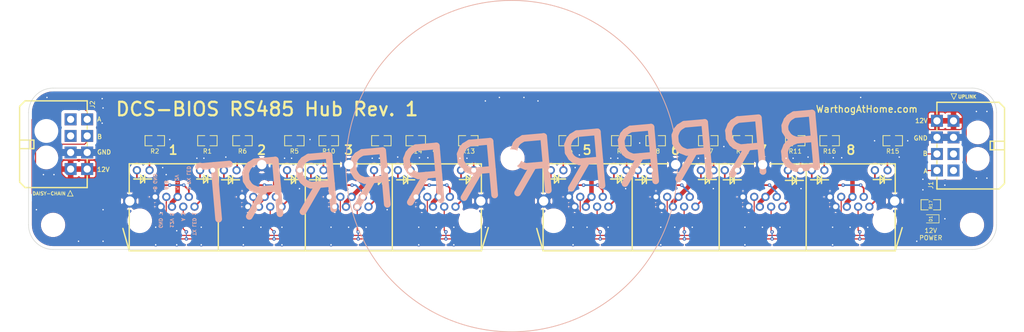
<source format=kicad_pcb>
(kicad_pcb (version 20211014) (generator pcbnew)
  (title_block (title "RS485 Hub") (date "2022-08-15") (rev "1") (company "Maciej Swic"))
  (layers (0 "F.Cu" signal) (31 "B.Cu" signal) (34 "B.Paste" user) (35 "F.Paste" user) (36 "B.SilkS" user "B.Silkscreen") (37 "F.SilkS" user "F.Silkscreen") (38 "B.Mask" user) (39 "F.Mask" user) (44 "Edge.Cuts" user))
  (net 0 "")
  (net 1 "GND")
  (net 6 "RS485-")
  (net 7 "RS485+")
  (net 8 "Net-(R9-Pad2)")
  (net 9 "Net-(R10-Pad2)")
  (net 10 "Net-(R11-Pad2)")
  (net 11 "Net-(R12-Pad2)")
  (net 12 "Net-(R14-Pad2)")
  (net 13 "Net-(D1-Pad2)")
  (net 14 "Net-(R1-Pad2)")
  (net 15 "Net-(R2-Pad2)")
  (net 16 "Net-(R3-Pad2)")
  (net 17 "Net-(R4-Pad2)")
  (net 18 "Net-(R5-Pad2)")
  (net 19 "Net-(R6-Pad2)")
  (net 20 "Net-(R7-Pad2)")
  (net 21 "Net-(R8-Pad2)")
  (net 22 "Net-(R13-Pad2)")
  (net 23 "Net-(R15-Pad2)")
  (net 24 "Net-(R16-Pad2)")
  (net 25 "+12V")
  (net 26 "TX_LED1")
  (net 27 "RX_LED1")
  (net 28 "TX_LED2")
  (net 29 "RX_LED2")
  (net 30 "TX_LED3")
  (net 31 "RX_LED3")
  (net 32 "TX_LED4")
  (net 33 "RX_LED4")
  (net 34 "TX_LED5")
  (net 35 "RX_LED5")
  (net 36 "TX_LED6")
  (net 37 "RX_LED6")
  (net 38 "TX_LED7")
  (net 39 "RX_LED7")
  (net 40 "TX_LED8")
  (net 41 "RX_LED8")
  (footprint "A10 KiCad Libraries:R0805" (layer "F.Cu") (at 181.323106 91.65217)
    (fp_text reference "R7")
    (fp_text value "1K")
  )
  (footprint "MountingHole:MountingHole_3.2mm_M3" (layer "F.Cu") (at 62.705106 106.89217)
    (fp_text reference "HOLE-3" hide)
    (fp_text value "MountingHole_3.2mm_M3" hide)
  )
  (footprint "A10 KiCad Libraries:R0805" (layer "F.Cu") (at 122.141106 91.65217)
    (fp_text reference "R9")
    (fp_text value "1K")
  )
  (footprint "A10 KiCad Libraries:R0805" (layer "F.Cu") (at 112.616106 91.65217 180)
    (fp_text reference "R10")
    (fp_text value "1K")
  )
  (footprint "A10 KiCad Libraries:R0805" (layer "F.Cu") (at 96.995106 91.65217 180)
    (fp_text reference "R6")
    (fp_text value "1K")
  )
  (footprint "A10 KiCad Libraries:R0805" (layer "F.Cu") (at 203.294106 91.65217 180)
    (fp_text reference "R16")
    (fp_text value "1K")
  )
  (footprint "MountingHole:MountingHole_3.2mm_M3" (layer "F.Cu") (at 145.890106 94.82717)
    (fp_text reference "HOLE-2" hide)
    (fp_text value "MountingHole_3.2mm_M3" hide)
  )
  (footprint "A10 KiCad Libraries:Molex Micro-Fit 3.0 43045-0800" (layer "F.Cu") (at 65.880106 92.28717 -90)
    (fp_text reference "J2")
    (fp_text value "Conn_02x04_Top_Bottom")
  )
  (footprint "A10 KiCad Libraries:R0805" (layer "F.Cu") (at 214.724106 91.65217 180)
    (fp_text reference "R15")
    (fp_text value "1K")
  )
  (footprint "LED_SMD:LED_0603_1608Metric" (layer "F.Cu") (at 221.614999 105.791 180)
    (fp_text reference "D1")
    (fp_text value "BLUE")
  )
  (footprint "A10 KiCad Libraries:R0805" (layer "F.Cu") (at 128.364106 91.65217 180)
    (fp_text reference "R14")
    (fp_text value "1K")
  )
  (footprint "A10 KiCad Libraries:R0805" (layer "F.Cu") (at 156.050106 91.65217 180)
    (fp_text reference "R4")
    (fp_text value "1K")
  )
  (footprint "A10 KiCad Libraries:R0805" (layer "F.Cu") (at 187.546106 91.65217 180)
    (fp_text reference "R12")
    (fp_text value "1K")
  )
  (footprint "A10 KiCad Libraries:RJ45-TH_B-1-4" (layer "F.Cu") (at 183.355106 103.71717)
    (fp_text reference "U3" hide)
    (fp_text value "RJ45-B-1*4")
  )
  (footprint "A10 KiCad Libraries:R0805" (layer "F.Cu") (at 221.615 103.251 180)
    (fp_text reference "R17")
    (fp_text value "1.8K")
  )
  (footprint "MountingHole:MountingHole_3.2mm_M3" (layer "F.Cu") (at 229.075106 106.89217)
    (fp_text reference "HOLE-4" hide)
    (fp_text value "MountingHole_3.2mm_M3" hide)
  )
  (footprint "A10 KiCad Libraries:R0805" (layer "F.Cu") (at 171.798106 91.65217 180)
    (fp_text reference "R8")
    (fp_text value "1K")
  )
  (footprint "A10 KiCad Libraries:Molex Micro-Fit 3.0 43045-0800" (layer "F.Cu") (at 225.725106 92.54792 90)
    (fp_text reference "J1")
    (fp_text value "Conn_02x04_Top_Bottom")
  )
  (footprint "A10 KiCad Libraries:R0805" (layer "F.Cu") (at 106.390106 91.65217)
    (fp_text reference "R5")
    (fp_text value "1K")
  )
  (footprint "A10 KiCad Libraries:R0805" (layer "F.Cu") (at 197.071106 91.65217)
    (fp_text reference "R11")
    (fp_text value "1K")
  )
  (footprint "A10 KiCad Libraries:R0805" (layer "F.Cu") (at 81.120106 91.65217 180)
    (fp_text reference "R2")
    (fp_text value "1K")
  )
  (footprint "A10 KiCad Libraries:RJ45-TH_B-1-4" (layer "F.Cu") (at 108.425106 103.71717)
    (fp_text reference "U2" hide)
    (fp_text value "RJ45-B-1*4")
  )
  (footprint "A10 KiCad Libraries:R0805" (layer "F.Cu") (at 90.645106 91.65217)
    (fp_text reference "R1")
    (fp_text value "1K")
  )
  (footprint "A10 KiCad Libraries:R0805" (layer "F.Cu") (at 137.889106 91.65217)
    (fp_text reference "R13")
    (fp_text value "1K")
  )
  (footprint "A10 KiCad Libraries:R0805" (layer "F.Cu") (at 165.575106 91.65217)
    (fp_text reference "R3")
    (fp_text value "1K")
  )
  (gr_circle (center 145.735106 96.25217) (end 175.735106 96.25217) (layer "B.SilkS") (width 0.15) (fill none))
  (gr_arc (start 229.075106 82.12717) (mid 232.218173 83.429093) (end 233.520106 86.57217) (layer "Edge.Cuts") (width 0.1016))
  (gr_line (start 229.075106 111.33717) (end 62.705106 111.33717) (layer "Edge.Cuts") (width 0.1))
  (gr_arc (start 62.705106 111.33717) (mid 59.562027 110.035254) (end 58.260106 106.89217) (layer "Edge.Cuts") (width 0.1016))
  (gr_arc (start 58.260106 86.57217) (mid 59.562015 83.429075) (end 62.705106 82.12717) (layer "Edge.Cuts") (width 0.1016))
  (gr_line (start 233.520106 86.57217) (end 233.520106 106.89217) (layer "Edge.Cuts") (width 0.1))
  (gr_line (start 62.705106 82.12717) (end 229.075106 82.12717) (layer "Edge.Cuts") (width 0.1))
  (gr_arc (start 233.520106 106.89217) (mid 232.218198 110.035272) (end 229.075106 111.33717) (layer "Edge.Cuts") (width 0.1016))
  (gr_line (start 58.260106 106.89217) (end 58.260106 86.57217) (layer "Edge.Cuts") (width 0.1))
  (gr_text "8 GND" (at 81.153 99.06 270) (layer "B.SilkS") (effects (font (size 0.6096 0.6096) (thickness 0.127)) (justify mirror)))
  (gr_text "A 3" (at 86.233 105.41 270) (layer "B.SilkS") (effects (font (size 0.6096 0.6096) (thickness 0.127)) (justify mirror)))
  (gr_text "GND 7" (at 82.169 106.045 270) (layer "B.SilkS") (effects (font (size 0.6096 0.6096) (thickness 0.127)) (justify mirror)))
  (gr_text "12V 5" (at 84.201 106.045 270) (layer "B.SilkS") (effects (font (size 0.6096 0.6096) (thickness 0.127)) (justify mirror)))
  (gr_text "BRRRRRRRRRRT" (at 145.735106 96.73217 5) (layer "B.SilkS") (effects (font (size 9.7536 9.7536) (thickness 1.2192)) (justify mirror)))
  (gr_text "TX LED 1" (at 88.265 106.68 270) (layer "B.SilkS") (effects (font (size 0.6096 0.6096) (thickness 0.127)) (justify mirror)))
  (gr_text "5 12V" (at 85.09 99.187 270) (layer "B.SilkS") (effects (font (size 0.6096 0.6096) (thickness 0.127)) (justify mirror)))
  (gr_text "2 RX LED" (at 87.249 98.425 270) (layer "B.SilkS") (effects (font (size 0.6096 0.6096) (thickness 0.127)) (justify mirror)))
  (gr_text "6 B" (at 83.185 99.695 270) (layer "B.SilkS") (effects (font (size 0.6096 0.6096) (thickness 0.1524)) (justify mirror)))
  (gr_text "GND" (at 218.44 91.186) (layer "F.SilkS") (effects (font (size 0.8128 0.8128) (thickness 0.1524)) (justify left)))
  (gr_text "B" (at 71.628 90.932) (layer "F.SilkS") (effects (font (size 0.8128 0.8128) (thickness 0.1524)) (justify right)))
  (gr_text "12V" (at 73.025 96.8756) (layer "F.SilkS") (effects (font (size 0.8128 0.8128) (thickness 0.1524)) (justify right)))
  (gr_text "DCS-BIOS RS485 Hub Rev. 1" (at 101.440106 85.93717) (layer "F.SilkS") (effects (font (size 2.4384 2.4384) (thickness 0.4064))))
  (gr_text "3" (at 116.205 93.345) (layer "F.SilkS") (effects (font (size 1.6256 1.6256) (thickness 0.3048))))
  (gr_text "WarthogAtHome.com" (at 210.025106 85.93717) (layer "F.SilkS") (effects (font (size 1.2192 1.2192) (thickness 0.2032))))
  (gr_text "4" (at 132.08 93.345) (layer "F.SilkS") (effects (font (size 1.6256 1.6256) (thickness 0.3048))))
  (gr_text "A" (at 71.501 87.757) (layer "F.SilkS") (effects (font (size 0.8128 0.8128) (thickness 0.1524)) (justify right)))
  (gr_text "2" (at 100.457 93.345) (layer "F.SilkS") (effects (font (size 1.6256 1.6256) (thickness 0.3048))))
  (gr_text "1" (at 84.455 93.345) (layer "F.SilkS") (effects (font (size 1.6256 1.6256) (thickness 0.3048))))
  (gr_text "12V\nPOWER" (at 221.615 108.585) (layer "F.SilkS") (effects (font (size 0.8128 0.8128) (thickness 0.127))))
  (gr_text "B" (at 220.091 93.98) (layer "F.SilkS") (effects (font (size 0.8128 0.8128) (thickness 0.1524)) (justify left)))
  (gr_text "5" (at 159.385 93.345) (layer "F.SilkS") (effects (font (size 1.6256 1.6256) (thickness 0.3048))))
  (gr_text "12V" (at 218.694 88.0364) (layer "F.SilkS") (effects (font (size 0.8128 0.8128) (thickness 0.1524)) (justify left)))
  (gr_text "7" (at 191.135 93.345) (layer "F.SilkS") (effects (font (size 1.6256 1.6256) (thickness 0.3048))))
  (gr_text "6" (at 175.387 93.345) (layer "F.SilkS") (effects (font (size 1.6256 1.6256) (thickness 0.3048))))
  (gr_text "A" (at 220.218 97.155) (layer "F.SilkS") (effects (font (size 0.8128 0.8128) (thickness 0.1524)) (justify left)))
  (gr_text "8" (at 207.137 93.345) (layer "F.SilkS") (effects (font (size 1.6256 1.6256) (thickness 0.3048))))
  (gr_text "GND" (at 73.279 93.726) (layer "F.SilkS") (effects (font (size 0.8128 0.8128) (thickness 0.1524)) (justify right)))
  (via (at 128.905 107.315) (size 0.635) (drill 0.254) (layers "F.Cu" "B.Cu") (net 1))
  (via (at 215.9 94.615) (size 0.635) (drill 0.254) (layers "F.Cu" "B.Cu") (net 1))
  (via (at 172.72 107.315) (size 0.635) (drill 0.254) (layers "F.Cu" "B.Cu") (net 1))
  (via (at 104.615106 94.82717) (size 0.635) (drill 0.254) (layers "F.Cu" "B.Cu") (net 1))
  (via (at 116.205 107.315) (size 0.635) (drill 0.254) (layers "F.Cu" "B.Cu") (net 1))
  (via (at 129.032 94.742) (size 0.635) (drill 0.254) (layers "F.Cu" "B.Cu") (net 1))
  (via (at 61.595 83.82) (size 0.635) (drill 0.254) (layers "F.Cu" "B.Cu") (net 1))
  (via (at 107.315 100.33) (size 0.635) (drill 0.254) (layers "F.Cu" "B.Cu") (net 1))
  (via (at 229.87 86.36) (size 0.635) (drill 0.254) (layers "F.Cu" "B.Cu") (net 1))
  (via (at 224.163893 105.787887) (size 0.635) (drill 0.254) (layers "F.Cu" "B.Cu") (net 1))
  (via (at 59.69 104.14) (size 0.635) (drill 0.254) (layers "F.Cu" "B.Cu") (net 1))
  (via (at 93.98 94.615) (size 0.635) (drill 0.254) (layers "F.Cu" "B.Cu") (net 1))
  (via (at 88.740106 94.82717) (size 0.635) (drill 0.254) (layers "F.Cu" "B.Cu") (net 1))
  (via (at 229.87 98.425) (size 0.635) (drill 0.254) (layers "F.Cu" "B.Cu") (net 1))
  (via (at 89.535 110.49) (size 0.635) (drill 0.254) (layers "F.Cu" "B.Cu") (net 1))
  (via (at 220.185106 100.54217) (size 0.635) (drill 0.254) (layers "F.Cu" "B.Cu") (net 1))
  (via (at 224.155 99.695) (size 0.635) (drill 0.254) (layers "F.Cu" "B.Cu") (net 1))
  (via (at 203.835 107.315) (size 0.635) (drill 0.254) (layers "F.Cu" "B.Cu") (net 1))
  (via (at 104.14 110.49) (size 0.635) (drill 0.254) (layers "F.Cu" "B.Cu") (net 1))
  (via (at 156.845 110.49) (size 0.635) (drill 0.254) (layers "F.Cu" "B.Cu") (net 1))
  (via (at 71.595106 84.03217) (size 0.635) (drill 0.254) (layers "F.Cu" "B.Cu") (net 1))
  (via (at 67.31 109.855) (size 0.635) (drill 0.254) (layers "F.Cu" "B.Cu") (net 1))
  (via (at 157.988 94.234) (size 0.635) (drill 0.254) (layers "F.Cu" "B.Cu") (net 1))
  (via (at 113.03 110.49) (size 0.635) (drill 0.254) (layers "F.Cu" "B.Cu") (net 1))
  (via (at 71.755 85.725) (size 0.635) (drill 0.254) (layers "F.Cu" "B.Cu") (net 1))
  (via (at 205.486 94.742) (size 0.635) (drill 0.254) (layers "F.Cu" "B.Cu") (net 1))
  (via (at 119.38 107.315) (size 0.635) (drill 0.254) (layers "F.Cu" "B.Cu") (net 1))
  (via (at 187.96 107.315) (size 0.635) (drill 0.254) (layers "F.Cu" "B.Cu") (net 1))
  (via (at 150.495 84.455) (size 0.635) (drill 0.254) (layers "F.Cu" "B.Cu") (net 1))
  (via (at 210.185 107.315) (size 0.635) (drill 0.254) (layers "F.Cu" "B.Cu") (net 1))
  (via (at 163.195 107.315) (size 0.635) (drill 0.254) (layers "F.Cu" "B.Cu") (net 1))
  (via (at 199.39 94.615) (size 0.635) (drill 0.254) (layers "F.Cu" "B.Cu") (net 1))
  (via (at 184.15 92.71) (size 0.635) (drill 0.254) (layers "F.Cu" "B.Cu") (net 1))
  (via (at 208.915 83.82) (size 0.635) (drill 0.254) (layers "F.Cu" "B.Cu") (net 1))
  (via (at 147.955 83.82) (size 0.635) (drill 0.254) (layers "F.Cu" "B.Cu") (net 1))
  (via (at 90.010106 94.82717) (size 0.635) (drill 0.254) (layers "F.Cu" "B.Cu") (net 1))
  (via (at 83.82 91.44) (size 0.635) (drill 0.254) (layers "F.Cu" "B.Cu") (net 1))
  (via (at 220.185106 98.63717) (size 0.635) (drill 0.254) (layers "F.Cu" "B.Cu") (net 1))
  (via (at 83.185 97.79) (size 0.635) (drill 0.254) (layers "F.Cu" "B.Cu") (net 1))
  (via (at 128.905 110.49) (size 0.635) (drill 0.254) (layers "F.Cu" "B.Cu") (net 1))
  (via (at 159.385 107.315) (size 0.635) (drill 0.254) (layers "F.Cu" "B.Cu") (net 1))
  (via (at 104.14 107.315) (size 0.635) (drill 0.254) (layers "F.Cu" "B.Cu") (net 1))
  (via (at 198.12 100.33) (size 0.635) (drill 0.254) (layers "F.Cu" "B.Cu") (net 1))
  (via (at 130.556 94.742) (size 0.635) (drill 0.254) (layers "F.Cu" "B.Cu") (net 1))
  (via (at 85.09 107.95) (size 0.635) (drill 0.254) (layers "F.Cu" "B.Cu") (net 1))
  (via (at 82.55 96.52) (size 0.635) (drill 0.254) (layers "F.Cu" "B.Cu") (net 1))
  (via (at 105.885106 94.82717) (size 0.635) (drill 0.254) (layers "F.Cu" "B.Cu") (net 1))
  (via (at 219.075 109.855) (size 0.635) (drill 0.254) (layers "F.Cu" "B.Cu") (net 1))
  (via (at 125.095 94.615) (size 0.635) (drill 0.254) (layers "F.Cu" "B.Cu") (net 1))
  (via (at 143.51 83.82) (size 0.635) (drill 0.254) (layers "F.Cu" "B.Cu") (net 1))
  (via (at 89.535 107.315) (size 0.635) (drill 0.254) (layers "F.Cu" "B.Cu") (net 1))
  (via (at 211.435682 91.662214) (size 0.635) (drill 0.254) (layers "F.Cu" "B.Cu") (net 1))
  (via (at 180.815106 94.82717) (size 0.635) (drill 0.254) (layers "F.Cu" "B.Cu") (net 1))
  (via (at 203.835 110.49) (size 0.635) (drill 0.254) (layers "F.Cu" "B.Cu") (net 1))
  (via (at 179.545106 94.82717) (size 0.635) (drill 0.254) (layers "F.Cu" "B.Cu") (net 1))
  (via (at 194.31 107.315) (size 0.635) (drill 0.254) (layers "F.Cu" "B.Cu") (net 1))
  (via (at 135.255 107.315) (size 0.635) (drill 0.254) (layers "F.Cu" "B.Cu") (net 1))
  (via (at 207.01 107.315) (size 0.635) (drill 0.254) (layers "F.Cu" "B.Cu") (net 1))
  (via (at 135.255 110.49) (size 0.635) (drill 0.254) (layers "F.Cu" "B.Cu") (net 1))
  (via (at 71.755 109.855) (size 0.635) (drill 0.254) (layers "F.Cu" "B.Cu") (net 1))
  (via (at 166.37 100.33) (size 0.635) (drill 0.254) (layers "F.Cu" "B.Cu") (net 1))
  (via (at 113.03 107.315) (size 0.635) (drill 0.254) (layers "F.Cu" "B.Cu") (net 1))
  (via (at 182.245 100.33) (size 0.635) (drill 0.254) (layers "F.Cu" "B.Cu") (net 1))
  (via (at 172.72 110.49) (size 0.635) (drill 0.254) (layers "F.Cu" "B.Cu") (net 1))
  (via (at 157.226 96.52) (size 0.635) (drill 0.254) (layers "F.Cu" "B.Cu") (net 1))
  (via (at 175.26 107.315) (size 0.635) (drill 0.254) (layers "F.Cu" "B.Cu") (net 1))
  (via (at 195.420106 94.82717) (size 0.635) (drill 0.254) (layers "F.Cu" "B.Cu") (net 1))
  (via (at 71.755 104.14) (size 0.635) (drill 0.254) (layers "F.Cu" "B.Cu") (net 1))
  (via (at 137.635106 94.82717) (size 0.635) (drill 0.254) (layers "F.Cu" "B.Cu") (net 1))
  (via (at 71.595106 88.47717) (size 0.635) (drill 0.254) (layers "F.Cu" "B.Cu") (net 1))
  (via (at 203.962 94.742) (size 0.635) (drill 0.254) (layers "F.Cu" "B.Cu") (net 1))
  (via (at 187.96 110.49) (size 0.635) (drill 0.254) (layers "F.Cu" "B.Cu") (net 1))
  (via (at 217.434528 91.667134) (size 0.635) (drill 0.254) (layers "F.Cu" "B.Cu") (net 1))
  (via (at 120.490106 94.82717) (size 0.635) (drill 0.254) (layers "F.Cu" "B.Cu") (net 1))
  (via (at 196.690106 94.82717) (size 0.635) (drill 0.254) (layers "F.Cu" "B.Cu") (net 1))
  (via (at 85.09 110.49) (size 0.635) (drill 0.254) (layers "F.Cu" "B.Cu") (net 1))
  (via (at 140.97 107.315) (size 0.635) (drill 0.254) (layers "F.Cu" "B.Cu") (net 1))
  (via (at 132.08 107.315) (size 0.635) (drill 0.254) (layers "F.Cu" "B.Cu") (net 1))
  (via (at 97.155 107.315) (size 0.635) (drill 0.254) (layers "F.Cu" "B.Cu") (net 1))
  (via (at 163.670106 94.82717) (size 0.635) (drill 0.254) (layers "F.Cu" "B.Cu") (net 1))
  (via (at 62.865 97.79) (size 0.635) (drill 0.254) (layers "F.Cu" "B.Cu") (net 1))
  (via (at 123.19 104.14) (size 0.635) (drill 0.254) (layers "F.Cu" "B.Cu") (net 1))
  (via (at 81.28 107.315) (size 0.635) (drill 0.254) (layers "F.Cu" "B.Cu") (net 1))
  (via (at 100.33 107.315) (size 0.635) (drill 0.254) (layers "F.Cu" "B.Cu") (net 1))
  (via (at 136.365106 94.82717) (size 0.635) (drill 0.254) (layers "F.Cu" "B.Cu") (net 1))
  (via (at 121.760106 94.82717) (size 0.635) (drill 0.254) (layers "F.Cu" "B.Cu") (net 1))
  (via (at 164.940106 94.82717) (size 0.635) (drill 0.254) (layers "F.Cu" "B.Cu") (net 1))
  (via (at 140.97 84.455) (size 0.635) (drill 0.254) (layers "F.Cu" "B.Cu") (net 1))
  (via (at 156.845 107.315) (size 0.635) (drill 0.254) (layers "F.Cu" "B.Cu") (net 1))
  (via (at 178.435 107.315) (size 0.635) (drill 0.254) (layers "F.Cu" "B.Cu") (net 1))
  (via (at 109.22 91.44) (size 0.635) (drill 0.254) (layers "F.Cu" "B.Cu") (net 1))
  (via (at 97.155 110.49) (size 0.635) (drill 0.254) (layers "F.Cu" "B.Cu") (net 1))
  (via (at 231.775 86.36) (size 0.635) (drill 0.254) (layers "F.Cu" "B.Cu") (net 1))
  (via (at 168.91 92.075) (size 0.635) (drill 0.254) (layers "F.Cu" "B.Cu") (net 1))
  (via (at 81.28 110.49) (size 0.635) (drill 0.254) (layers "F.Cu" "B.Cu") (net 1))
  (via (at 231.775 98.425) (size 0.635) (drill 0.254) (layers "F.Cu" "B.Cu") (net 1))
  (via (at 60.96 97.79) (size 0.635) (drill 0.254) (layers "F.Cu" "B.Cu") (net 1))
  (via (at 191.135 107.315) (size 0.635) (drill 0.254) (layers "F.Cu" "B.Cu") (net 1))
  (segment (start 68.420106 92.28717) (end 68.879852 91.827424) (width 0.2) (layer "F.Cu") (net 6))
  (segment (start 60.800106 92.28717) (end 68.420106 92.28717) (width 0.2) (layer "F.Cu") (net 6))
  (segment (start 189.64252 101.817932) (end 189.64252 108.099584) (width 0.2) (layer "F.Cu") (net 6))
  (segment (start 158.142647 108.349711) (end 158.590106 108.79717) (width 0.2) (layer "F.Cu") (net 6))
  (segment (start 74.135106 107.52717) (end 74.135106 103.08217) (width 0.2) (layer "F.Cu") (net 6))
  (segment (start 114.71252 101.817932) (end 114.71252 108.099584) (width 0.2) (layer "F.Cu") (net 6))
  (segment (start 83.212647 102.878592) (end 83.194981 102.896258) (width 0.2) (layer "F.Cu") (net 6))
  (segment (start 98.962457 101.817932) (end 98.962457 108.224521) (width 0.2) (layer "F.Cu") (net 6))
  (segment (start 189.64252 108.099584) (end 190.340106 108.79717) (width 0.2) (layer "F.Cu") (net 6))
  (segment (start 173.892457 101.817932) (end 173.892457 108.224521) (width 0.2) (layer "F.Cu") (net 6))
  (segment (start 114.72283 108.79717) (end 83.660106 108.79717) (width 0.2) (layer "F.Cu") (net 6))
  (segment (start 98.962457 108.224521) (end 99.535106 108.79717) (width 0.2) (layer "F.Cu") (net 6))
  (segment (start 217.645106 95.46217) (end 217.645106 107.52717) (width 0.2) (layer "F.Cu") (net 6))
  (segment (start 222.72536 94.049063) (end 219.058213 94.049063) (width 0.2) (layer "F.Cu") (net 6))
  (segment (start 205.392584 101.817932) (end 205.392584 107.974648) (width 0.2) (layer "F.Cu") (net 6))
  (segment (start 72.865106 101.81217) (end 60.800106 101.81217) (width 0.2) (layer "F.Cu") (net 6))
  (segment (start 83.194981 102.896258) (end 83.194981 108.13881) (width 0.2) (layer "F.Cu") (net 6))
  (segment (start 83.194981 108.13881) (end 83.815414 108.759243) (width 0.2) (layer "F.Cu") (net 6))
  (segment (start 216.375106 108.79717) (end 114.72283 108.79717) (width 0.2) (layer "F.Cu") (net 6))
  (segment (start 115.410106 108.79717) (end 114.72283 108.79717) (width 0.2) (layer "F.Cu") (net 6))
  (segment (start 130.462584 101.817932) (end 130.462584 107.974648) (width 0.2) (layer "F.Cu") (net 6))
  (segment (start 74.135106 103.08217) (end 72.865106 101.81217) (width 0.2) (layer "F.Cu") (net 6))
  (segment (start 60.800106 101.81217) (end 59.530106 100.54217) (width 0.2) (layer "F.Cu") (net 6))
  (segment (start 59.530106 93.55717) (end 60.800106 92.28717) (width 0.2) (layer "F.Cu") (net 6))
  (segment (start 217.645106 107.52717) (end 216.375106 108.79717) (width 0.2) (layer "F.Cu") (net 6))
  (segment (start 114.71252 108.099584) (end 115.410106 108.79717) (width 0.2) (layer "F.Cu") (net 6))
  (segment (start 59.530106 100.54217) (end 59.530106 93.55717) (width 0.2) (layer "F.Cu") (net 6))
  (segment (start 75.405106 108.79717) (end 74.135106 107.52717) (width 0.2) (layer "F.Cu") (net 6))
  (segment (start 83.212647 101.817932) (end 83.212647 102.878592) (width 0.2) (layer "F.Cu") (net 6))
  (segment (start 83.660106 108.79717) (end 75.405106 108.79717) (width 0.2) (layer "F.Cu") (net 6))
  (segment (start 173.892457 108.224521) (end 174.465106 108.79717) (width 0.2) (layer "F.Cu") (net 6))
  (segment (start 68.879852 91.827424) (end 68.879852 90.786027) (width 0.2) (layer "F.Cu") (net 6))
  (segment (start 219.058213 94.049063) (end 217.645106 95.46217) (width 0.2) (layer "F.Cu") (net 6))
  (segment (start 158.142647 101.817932) (end 158.142647 108.349711) (width 0.2) (layer "F.Cu") (net 6))
  (segment (start 130.462584 107.974648) (end 131.285106 108.79717) (width 0.2) (layer "F.Cu") (net 6))
  (segment (start 205.392584 107.974648) (end 206.215106 108.79717) (width 0.2) (layer "F.Cu") (net 6))
  (segment (start 86.272591 103.597968) (end 86.272591 107.599655) (width 0.2) (layer "F.Cu") (net 7))
  (segment (start 208.452528 103.597968) (end 208.452528 107.859592) (width 0.2) (layer "F.Cu") (net 7))
  (segment (start 73.500106 103.71717) (end 73.500106 108.16217) (width 0.2) (layer "F.Cu") (net 7))
  (segment (start 102.022655 103.597968) (end 102.022655 107.474719) (width 0.2) (layer "F.Cu") (net 7))
  (segment (start 176.952655 103.597968) (end 176.952655 108.109719) (width 0.2) (layer "F.Cu") (net 7))
  (segment (start 58.895106 101.17717) (end 60.165106 102.44717) (width 0.2) (layer "F.Cu") (net 7))
  (segment (start 133.522528 103.597968) (end 133.522528 107.859592) (width 0.2) (layer "F.Cu") (net 7))
  (segment (start 217.010106 109.43217) (end 218.280106 108.16217) (width 0.2) (layer "F.Cu") (net 7))
  (segment (start 208.452528 107.859592) (end 208.755106 108.16217) (width 0.2) (layer "F.Cu") (net 7))
  (segment (start 73.500106 108.16217) (end 74.770106 109.43217) (width 0.2) (layer "F.Cu") (net 7))
  (segment (start 72.230106 102.44717) (end 73.500106 103.71717) (width 0.2) (layer "F.Cu") (net 7))
  (segment (start 102.022655 107.474719) (end 102.710106 108.16217) (width 0.2) (layer "F.Cu") (net 7))
  (segment (start 219.233467 97.048809) (end 222.72536 97.048809) (width 0.2) (layer "F.Cu") (net 7))
  (segment (start 133.522528 107.859592) (end 133.825106 108.16217) (width 0.2) (layer "F.Cu") (net 7))
  (segment (start 117.772718 107.984782) (end 117.950106 108.16217) (width 0.2) (layer "F.Cu") (net 7))
  (segment (start 58.895106 87.84217) (end 58.895106 101.17717) (width 0.2) (layer "F.Cu") (net 7))
  (segment (start 68.879852 86.396916) (end 68.420106 85.93717) (width 0.2) (layer "F.Cu") (net 7))
  (segment (start 60.165106 102.44717) (end 72.230106 102.44717) (width 0.2) (layer "F.Cu") (net 7))
  (segment (start 192.702718 107.984782) (end 192.880106 108.16217) (width 0.2) (layer "F.Cu") (net 7))
  (segment (start 86.272591 107.599655) (end 86.835106 108.16217) (width 0.2) (layer "F.Cu") (net 7))
  (segment (start 192.702718 103.597968) (end 192.702718 107.984782) (width 0.2) (layer "F.Cu") (net 7))
  (segment (start 74.770106 109.43217) (end 217.010106 109.43217) (width 0.2) (layer "F.Cu") (net 7))
  (segment (start 117.772718 103.597968) (end 117.772718 107.984782) (width 0.2) (layer "F.Cu") (net 7))
  (segment (start 161.202591 107.599655) (end 161.765106 108.16217) (width 0.2) (layer "F.Cu") (net 7))
  (segment (start 218.280106 108.16217) (end 218.280106 98.00217) (width 0.2) (layer "F.Cu") (net 7))
  (segment (start 68.420106 85.93717) (end 60.800106 85.93717) (width 0.2) (layer "F.Cu") (net 7))
  (segment (start 161.202591 103.597968) (end 161.202591 107.599655) (width 0.2) (layer "F.Cu") (net 7))
  (segment (start 218.280106 98.00217) (end 219.233467 97.048809) (width 0.2) (layer "F.Cu") (net 7))
  (segment (start 60.800106 85.93717) (end 58.895106 87.84217) (width 0.2) (layer "F.Cu") (net 7))
  (segment (start 68.879852 87.786281) (end 68.879852 86.396916) (width 0.2) (layer "F.Cu") (net 7))
  (segment (start 176.952655 108.109719) (end 177.005106 108.16217) (width 0.2) (layer "F.Cu") (net 7))
  (via (at 117.950106 108.16217) (size 0.635) (drill 0.254) (layers "F.Cu" "B.Cu") (net 7))
  (via (at 117.950106 109.43217) (size 0.635) (drill 0.254) (layers "F.Cu" "B.Cu") (net 7))
  (via (at 133.825106 108.16217) (size 0.635) (drill 0.254) (layers "F.Cu" "B.Cu") (net 7))
  (via (at 161.765106 108.16217) (size 0.635) (drill 0.254) (layers "F.Cu" "B.Cu") (net 7))
  (via (at 192.880106 108.16217) (size 0.635) (drill 0.254) (layers "F.Cu" "B.Cu") (net 7))
  (via (at 208.755106 109.43217) (size 0.635) (drill 0.254) (layers "F.Cu" "B.Cu") (net 7))
  (via (at 86.835106 108.16217) (size 0.635) (drill 0.254) (layers "F.Cu" "B.Cu") (net 7))
  (via (at 192.880106 109.43217) (size 0.635) (drill 0.254) (layers "F.Cu" "B.Cu") (net 7))
  (via (at 102.710106 108.16217) (size 0.635) (drill 0.254) (layers "F.Cu" "B.Cu") (net 7))
  (via (at 208.755106 108.16217) (size 0.635) (drill 0.254) (layers "F.Cu" "B.Cu") (net 7))
  (via (at 133.825106 109.43217) (size 0.635) (drill 0.254) (layers "F.Cu" "B.Cu") (net 7))
  (via (at 102.710106 109.43217) (size 0.635) (drill 0.254) (layers "F.Cu" "B.Cu") (net 7))
  (via (at 86.835106 109.43217) (size 0.635) (drill 0.254) (layers "F.Cu" "B.Cu") (net 7))
  (via (at 177.005106 108.16217) (size 0.635) (drill 0.254) (layers "F.Cu" "B.Cu") (net 7))
  (via (at 177.005106 109.43217) (size 0.635) (drill 0.254) (layers "F.Cu" "B.Cu") (net 7))
  (via (at 161.765106 109.43217) (size 0.635) (drill 0.254) (layers "F.Cu" "B.Cu") (net 7))
  (segment (start 133.825106 108.16217) (end 133.825106 109.43217) (width 0.2) (layer "B.Cu") (net 7))
  (segment (start 161.765106 108.16217) (end 161.765106 109.43217) (width 0.2) (layer "B.Cu") (net 7))
  (segment (start 102.710106 108.16217) (end 102.710106 109.43217) (width 0.2) (layer "B.Cu") (net 7))
  (segment (start 192.880106 108.16217) (end 192.880106 109.43217) (width 0.2) (layer "B.Cu") (net 7))
  (segment (start 177.005106 108.16217) (end 177.005106 109.43217) (width 0.2) (layer "B.Cu") (net 7))
  (segment (start 208.755106 108.16217) (end 208.755106 109.43217) (width 0.2) (layer "B.Cu") (net 7))
  (segment (start 86.835106 108.16217) (end 86.835106 109.43217) (width 0.2) (layer "B.Cu") (net 7))
  (segment (start 117.950106 108.16217) (end 117.950106 109.43217) (width 0.2) (layer "B.Cu") (net 7))
  (segment (start 123.107324 91.65217) (end 123.107324 96.993359) (width 0.3048) (layer "F.Cu") (net 8))
  (segment (start 123.107324 96.993359) (end 123.102665 96.998018) (width 0.3048) (layer "F.Cu") (net 8))
  (segment (start 111.649888 96.975264) (end 111.672642 96.998018) (width 0.3048) (layer "F.Cu") (net 9))
  (segment (start 111.649888 91.65217) (end 111.649888 96.975264) (width 0.3048) (layer "F.Cu") (net 9))
  (segment (start 198.037324 91.65217) (end 198.037324 96.993359) (width 0.3048) (layer "F.Cu") (net 10))
  (segment (start 198.037324 96.993359) (end 198.032665 96.998018) (width 0.3048) (layer "F.Cu") (net 10))
  (segment (start 186.579888 91.65217) (end 186.579888 96.975264) (width 0.3048) (layer "F.Cu") (net 11))
  (segment (start 186.579888 96.975264) (end 186.602642 96.998018) (width 0.3048) (layer "F.Cu") (net 11))
  (segment (start 127.397888 91.65217) (end 127.397888 96.9732) (width 0.3048) (layer "F.Cu") (net 12))
  (segment (start 127.397888 96.9732) (end 127.422706 96.998018) (width 0.3048) (layer "F.Cu") (net 12))
  (segment (start 220.648782 103.251) (end 220.648782 104.63735) (width 0.3048) (layer "F.Cu") (net 13))
  (segment (start 220.827499 104.816067) (end 220.827499 105.791) (width 0.3048) (layer "F.Cu") (net 13))
  (segment (start 220.648782 104.63735) (end 220.827499 104.816067) (width 0.3048) (layer "F.Cu") (net 13))
  (segment (start 91.602538 96.998018) (end 91.602538 91.660956) (width 0.3048) (layer "F.Cu") (net 14))
  (segment (start 91.602538 91.660956) (end 91.611324 91.65217) (width 0.3048) (layer "F.Cu") (net 14))
  (segment (start 80.153888 96.979391) (end 80.172515 96.998018) (width 0.3048) (layer "F.Cu") (net 15))
  (segment (start 80.153888 91.65217) (end 80.153888 96.979391) (width 0.3048) (layer "F.Cu") (net 15))
  (segment (start 166.541324 96.989232) (end 166.532538 96.998018) (width 0.3048) (layer "F.Cu") (net 16))
  (segment (start 166.541324 91.65217) (end 166.541324 96.989232) (width 0.3048) (layer "F.Cu") (net 16))
  (segment (start 155.083888 91.65217) (end 155.083888 96.979391) (width 0.3048) (layer "F.Cu") (net 17))
  (segment (start 155.083888 96.979391) (end 155.102515 96.998018) (width 0.3048) (layer "F.Cu") (net 17))
  (segment (start 107.356324 91.65217) (end 107.356324 96.994296) (width 0.3048) (layer "F.Cu") (net 18))
  (segment (start 107.356324 96.994296) (end 107.352602 96.998018) (width 0.3048) (layer "F.Cu") (net 18))
  (segment (start 96.028888 96.891709) (end 95.922579 96.998018) (width 0.3048) (layer "F.Cu") (net 19))
  (segment (start 96.028888 91.65217) (end 96.028888 96.891709) (width 0.3048) (layer "F.Cu") (net 19))
  (segment (start 182.289324 91.65217) (end 182.289324 96.991296) (width 0.3048) (layer "F.Cu") (net 20))
  (segment (start 182.289324 96.991296) (end 182.282602 96.998018) (width 0.3048) (layer "F.Cu") (net 20))
  (segment (start 170.831888 96.977327) (end 170.852579 96.998018) (width 0.3048) (layer "F.Cu") (net 21))
  (segment (start 170.831888 91.65217) (end 170.831888 96.977327) (width 0.3048) (layer "F.Cu") (net 21))
  (segment (start 138.855324 96.995423) (end 138.852729 96.998018) (width 0.3048) (layer "F.Cu") (net 22))
  (segment (start 138.855324 91.65217) (end 138.855324 96.995423) (width 0.3048) (layer "F.Cu") (net 22))
  (segment (start 213.757888 91.65217) (end 213.757888 96.973177) (width 0.3048) (layer "F.Cu") (net 23))
  (segment (start 213.757888 96.973177) (end 213.782729 96.998018) (width 0.3048) (layer "F.Cu") (net 23))
  (segment (start 202.327888 91.65217) (end 202.327888 96.9732) (width 0.3048) (layer "F.Cu") (net 24))
  (segment (start 202.327888 96.9732) (end 202.352706 96.998018) (width 0.3048) (layer "F.Cu") (net 24))
  (segment (start 174.912523 103.597968) (end 174.912523 102.837998) (width 0.8128) (layer "F.Cu") (net 25))
  (segment (start 207.432716 88.944362) (end 208.327507 88.049571) (width 0.8128) (layer "F.Cu") (net 25))
  (segment (start 133.397507 88.049571) (end 127.047507 88.049571) (width 4.064) (layer "F.Cu") (net 25))
  (segment (start 208.327507 88.049571) (end 200.072507 88.049571) (width 4.064) (layer "F.Cu") (net 25))
  (segment (start 159.162459 103.597968) (end 159.162459 102.837998) (width 0.8128) (layer "F.Cu") (net 25))
  (segment (start 225.725106 88.049571) (end 227.114571 88.049571) (width 0.3048) (layer "F.Cu") (net 25))
  (segment (start 170.227507 88.049571) (end 162.192705 88.049571) (width 4.064) (layer "F.Cu") (net 25))
  (segment (start 77.102705 88.049571) (end 72.865106 92.28717) (width 4.064) (layer "F.Cu") (net 25))
  (segment (start 227.114571 88.049571) (end 227.965 88.9) (width 0.3048) (layer "F.Cu") (net 25))
  (segment (start 102.917507 99.903014) (end 102.917507 88.049571) (width 0.8128) (layer "F.Cu") (net 25))
  (segment (start 227.965 88.9) (end 227.965 100.965) (width 0.3048) (layer "F.Cu") (net 25))
  (segment (start 118.79253 89.539746) (end 120.282705 88.049571) (width 0.8128) (layer "F.Cu") (net 25))
  (segment (start 115.732586 103.597968) (end 115.732586 102.837998) (width 0.8128) (layer "F.Cu") (net 25))
  (segment (start 193.72253 99.778054) (end 193.72253 89.539746) (width 0.8128) (layer "F.Cu") (net 25))
  (segment (start 152.447507 88.049571) (end 133.397507 88.049571) (width 4.064) (layer "F.Cu") (net 25))
  (segment (start 177.8 89.272064) (end 176.577507 88.049571) (width 0.8128) (layer "F.Cu") (net 25))
  (segment (start 159.162459 102.837998) (end 160.182525 101.817932) (width 0.8128) (layer "F.Cu") (net 25))
  (segment (start 160.235429 88.049571) (end 152.447507 88.049571) (width 4.064) (layer "F.Cu") (net 25))
  (segment (start 118.745 89.587276) (end 120.282705 88.049571) (width 0.8128) (layer "F.Cu") (net 25))
  (segment (start 120.282705 88.049571) (end 110.122705 88.049571) (width 4.064) (layer "F.Cu") (net 25))
  (segment (start 206.41265 103.597968) (end 206.41265 102.837998) (width 0.8128) (layer "F.Cu") (net 25))
  (segment (start 84.232459 103.597968) (end 84.232459 102.837998) (width 0.8128) (layer "F.Cu") (net 25))
  (segment (start 115.732586 102.837998) (end 116.752652 101.817932) (width 0.8128) (layer "F.Cu") (net 25))
  (segment (start 160.182525 101.817932) (end 160.182525 88.102475) (width 0.8128) (layer "F.Cu") (net 25))
  (segment (start 99.982523 102.837998) (end 101.002589 101.817932) (width 0.8128) (layer "F.Cu") (net 25))
  (segment (start 87.262705 88.049571) (end 84.874571 88.049571) (width 4.064) (layer "F.Cu") (net 25))
  (segment (start 190.662586 102.837998) (end 191.682652 101.817932) (width 0.8128) (layer "F.Cu") (net 25))
  (segment (start 102.917507 88.049571) (end 93.694007 88.049571) (width 4.064) (layer "F.Cu") (net 25))
  (segment (start 174.912523 102.837998) (end 175.932589 101.817932) (width 0.8128) (layer "F.Cu") (net 25))
  (segment (start 193.72253 89.539746) (end 195.212705 88.049571) (width 0.8128) (layer "F.Cu") (net 25))
  (segment (start 131.48265 103.597968) (end 131.48265 102.837998) (width 0.8128) (layer "F.Cu") (net 25))
  (segment (start 177.972467 89.444531) (end 176.577507 88.049571) (width 0.8128) (layer "F.Cu") (net 25))
  (segment (start 218.707705 88.049571) (end 219.042106 87.71517) (width 4.064) (layer "F.Cu") (net 25))
  (segment (start 191.682652 101.817932) (end 193.72253 99.778054) (width 0.8128) (layer "F.Cu") (net 25))
  (segment (start 225.679 103.251) (end 222.581218 103.251) (width 0.3048) (layer "F.Cu") (net 25))
  (segment (start 200.072507 88.049571) (end 195.212705 88.049571) (width 4.064) (layer "F.Cu") (net 25))
  (segment (start 227.965 100.965) (end 225.679 103.251) (width 0.3048) (layer "F.Cu") (net 25))
  (segment (start 84.874571 88.049571) (end 77.102705 88.049571) (width 4.064) (layer "F.Cu") (net 25))
  (segment (start 72.865106 92.28717) (end 72.865106 98.00217) (width 4.064) (layer "F.Cu") (net 25))
  (segment (start 118.745 99.825584) (end 118.745 89.587276) (width 0.8128) (layer "F.Cu") (net 25))
  (segment (start 101.002589 101.817932) (end 102.917507 99.903014) (width 0.8128) (layer "F.Cu") (net 25))
  (segment (start 162.192705 88.049571) (end 160.235429 88.049571) (width 4.064) (layer "F.Cu") (net 25))
  (segment (start 184.832507 88.049571) (end 176.577507 88.049571) (width 4.064) (layer "F.Cu") (net 25))
  (segment (start 206.41265 102.837998) (end 207.432716 101.817932) (width 0.8128) (layer "F.Cu") (net 25))
  (segment (start 127.047507 88.049571) (end 120.282705 88.049571) (width 4.064) (layer "F.Cu") (net 25))
  (segment (start 132.502716 88.944362) (end 133.397507 88.049571) (width 0.8128) (layer "F.Cu") (net 25))
  (segment (start 85.252525 88.427525) (end 84.874571 88.049571) (width 0.8128) (layer "F.Cu") (net 25))
  (segment (start 99.982523 103.597968) (end 99.982523 102.837998) (width 0.8128) (layer "F.Cu") (net 25))
  (segment (start 85.252525 101.817932) (end 85.252525 88.427525) (width 0.8128) (layer "F.Cu") (net 25))
  (segment (start 102.917507 88.049571) (end 110.122705 88.049571) (width 4.064) (layer "F.Cu") (net 25))
  (segment (start 175.932589 101.817932) (end 177.8 99.950521) (width 0.8128) (layer "F.Cu") (net 25))
  (segment (start 190.662586 103.597968) (end 190.662586 102.837998) (width 0.8128) (layer "F.Cu") (net 25))
  (segment (start 176.577507 88.049571) (end 170.227507 88.049571) (width 4.064) (layer "F.Cu") (net 25))
  (segment (start 217.010106 88.049571) (end 218.707705 88.049571) (width 4.064) (layer "F.Cu") (net 25))
  (segment (start 116.752652 101.817932) (end 118.745 99.825584) (width 0.8128) (layer "F.Cu") (net 25))
  (segment (start 160.182525 88.102475) (end 160.235429 88.049571) (width 0.8128) (layer "F.Cu") (net 25))
  (segment (start 207.432716 101.817932) (end 207.432716 88.944362) (width 0.8128) (layer "F.Cu") (net 25))
  (segment (start 177.8 99.950521) (end 177.8 89.272064) (width 0.8128) (layer "F.Cu") (net 25))
  (segment (start 131.48265 102.837998) (end 132.502716 101.817932) (width 0.8128) (layer "F.Cu") (net 25))
  (segment (start 217.010106 88.049571) (end 208.327507 88.049571) (width 4.064) (layer "F.Cu") (net 25))
  (segment (start 132.502716 101.817932) (end 132.502716 88.944362) (width 0.8128) (layer "F.Cu") (net 25))
  (segment (start 195.212705 88.049571) (end 184.832507 88.049571) (width 4.064) (layer "F.Cu") (net 25))
  (segment (start 84.232459 102.837998) (end 85.252525 101.817932) (width 0.8128) (layer "F.Cu") (net 25))
  (segment (start 93.694007 88.049571) (end 87.262705 88.049571) (width 4.064) (layer "F.Cu") (net 25))
  (segment (start 88.312469 103.597968) (end 89.312469 102.597968) (width 0.3048) (layer "F.Cu") (net 26))
  (segment (start 89.312469 102.597968) (end 89.312469 96.998018) (width 0.3048) (layer "F.Cu") (net 26))
  (segment (start 77.882447 98.837447) (end 77.882447 96.998018) (width 0.3048) (layer "F.Cu") (net 27))
  (segment (start 86.36 99.695) (end 87.292657 100.627657) (width 0.3048) (layer "F.Cu") (net 27))
  (segment (start 87.292657 100.627657) (end 87.292657 101.817932) (width 0.3048) (layer "F.Cu") (net 27))
  (segment (start 83.82 99.695) (end 78.74 99.695) (width 0.3048) (layer "F.Cu") (net 27))
  (segment (start 78.74 99.695) (end 77.882447 98.837447) (width 0.3048) (layer "F.Cu") (net 27))
  (via (at 86.36 99.695) (size 0.635) (drill 0.254) (layers "F.Cu" "B.Cu") (net 27))
  (via (at 83.82 99.695) (size 0.635) (drill 0.254) (layers "F.Cu" "B.Cu") (net 27))
  (segment (start 83.82 99.695) (end 86.36 99.695) (width 0.3048) (layer "B.Cu") (net 27))
  (segment (start 104.062533 103.597968) (end 105.062533 102.597968) (width 0.3048) (layer "F.Cu") (net 28))
  (segment (start 105.062533 102.597968) (end 105.062533 96.998018) (width 0.3048) (layer "F.Cu") (net 28))
  (segment (start 94.615 99.695) (end 93.63251 98.71251) (width 0.3048) (layer "F.Cu") (net 29))
  (segment (start 93.63251 98.71251) (end 93.63251 96.998018) (width 0.3048) (layer "F.Cu") (net 29))
  (segment (start 100.965 99.695) (end 94.615 99.695) (width 0.3048) (layer "F.Cu") (net 29))
  (via (at 100.965 99.695) (size 0.635) (drill 0.254) (layers "F.Cu" "B.Cu") (net 29))
  (segment (start 103.042467 100.502467) (end 103.042467 101.817932) (width 0.3048) (layer "B.Cu") (net 29))
  (segment (start 102.235 99.695) (end 103.042467 100.502467) (width 0.3048) (layer "B.Cu") (net 29))
  (segment (start 100.965 99.695) (end 102.235 99.695) (width 0.3048) (layer "B.Cu") (net 29))
  (segment (start 119.812596 103.597968) (end 120.812596 102.597968) (width 0.3048) (layer "F.Cu") (net 30))
  (segment (start 120.812596 102.597968) (end 120.812596 96.993954) (width 0.3048) (layer "F.Cu") (net 30))
  (segment (start 110.49 99.695) (end 109.382574 98.587574) (width 0.3048) (layer "F.Cu") (net 31))
  (segment (start 109.382574 98.587574) (end 109.382574 96.998018) (width 0.3048) (layer "F.Cu") (net 31))
  (segment (start 116.84 99.695) (end 110.49 99.695) (width 0.3048) (layer "F.Cu") (net 31))
  (via (at 116.84 99.695) (size 0.635) (drill 0.254) (layers "F.Cu" "B.Cu") (net 31))
  (segment (start 118.79253 101.01253) (end 118.745 100.965) (width 0.3048) (layer "B.Cu") (net 31))
  (segment (start 117.475 99.695) (end 116.84 99.695) (width 0.3048) (layer "B.Cu") (net 31))
  (segment (start 118.79253 101.817932) (end 118.79253 101.01253) (width 0.3048) (layer "B.Cu") (net 31))
  (segment (start 118.745 100.965) (end 117.475 99.695) (width 0.3048) (layer "B.Cu") (net 31))
  (segment (start 136.56266 102.597968) (end 136.56266 96.998018) (width 0.3048) (layer "F.Cu") (net 32))
  (segment (start 135.56266 103.597968) (end 136.56266 102.597968) (width 0.3048) (layer "F.Cu") (net 32))
  (segment (start 130.81 99.695) (end 126.365 99.695) (width 0.3048) (layer "F.Cu") (net 33))
  (segment (start 126.365 99.695) (end 125.132637 98.462637) (width 0.3048) (layer "F.Cu") (net 33))
  (segment (start 134.542594 100.252594) (end 133.985 99.695) (width 0.3048) (layer "F.Cu") (net 33))
  (segment (start 125.132637 98.462637) (end 125.132637 96.998018) (width 0.3048) (layer "F.Cu") (net 33))
  (segment (start 134.542594 101.817932) (end 134.542594 100.252594) (width 0.3048) (layer "F.Cu") (net 33))
  (via (at 133.985 99.695) (size 0.635) (drill 0.254) (layers "F.Cu" "B.Cu") (net 33))
  (via (at 130.81 99.695) (size 0.635) (drill 0.254) (layers "F.Cu" "B.Cu") (net 33))
  (segment (start 133.985 99.695) (end 130.81 99.695) (width 0.3048) (layer "B.Cu") (net 33))
  (segment (start 164.242469 102.597968) (end 164.242469 96.998018) (width 0.3048) (layer "F.Cu") (net 34))
  (segment (start 163.242469 103.597968) (end 164.242469 102.597968) (width 0.3048) (layer "F.Cu") (net 34))
  (segment (start 158.75 99.695) (end 153.67 99.695) (width 0.3048) (layer "F.Cu") (net 35))
  (segment (start 152.812447 98.837447) (end 152.812447 96.998018) (width 0.3048) (layer "F.Cu") (net 35))
  (segment (start 153.67 99.695) (end 152.812447 98.837447) (width 0.3048) (layer "F.Cu") (net 35))
  (segment (start 161.29 99.695) (end 162.222657 100.627657) (width 0.3048) (layer "F.Cu") (net 35))
  (segment (start 162.222657 100.627657) (end 162.222657 101.817932) (width 0.3048) (layer "F.Cu") (net 35))
  (via (at 158.75 99.695) (size 0.635) (drill 0.254) (layers "F.Cu" "B.Cu") (net 35))
  (via (at 161.29 99.695) (size 0.635) (drill 0.254) (layers "F.Cu" "B.Cu") (net 35))
  (segment (start 161.29 99.695) (end 158.75 99.695) (width 0.3048) (layer "B.Cu") (net 35))
  (segment (start 178.992533 103.597968) (end 179.992533 102.597968) (width 0.3048) (layer "F.Cu") (net 36))
  (segment (start 179.992533 102.597968) (end 179.992533 96.998018) (width 0.3048) (layer "F.Cu") (net 36))
  (segment (start 176.53 99.695) (end 169.545 99.695) (width 0.3048) (layer "F.Cu") (net 37))
  (segment (start 168.56251 98.71251) (end 168.56251 96.998018) (width 0.3048) (layer "F.Cu") (net 37))
  (segment (start 169.545 99.695) (end 168.56251 98.71251) (width 0.3048) (layer "F.Cu") (net 37))
  (via (at 176.53 99.695) (size 0.635) (drill 0.254) (layers "F.Cu" "B.Cu") (net 37))
  (segment (start 177.972467 101.137467) (end 177.8 100.965) (width 0.3048) (layer "B.Cu") (net 37))
  (segment (start 177.8 100.965) (end 176.53 99.695) (width 0.3048) (layer "B.Cu") (net 37))
  (segment (start 177.972467 101.817932) (end 177.972467 101.137467) (width 0.3048) (layer "B.Cu") (net 37))
  (segment (start 194.742596 103.597968) (end 195.742596 102.597968) (width 0.3048) (layer "F.Cu") (net 38))
  (segment (start 195.742596 102.597968) (end 195.742596 96.993954) (width 0.3048) (layer "F.Cu") (net 38))
  (segment (start 184.312574 98.587574) (end 184.312574 96.998018) (width 0.3048) (layer "F.Cu") (net 39))
  (segment (start 192.405 99.695) (end 185.42 99.695) (width 0.3048) (layer "F.Cu") (net 39))
  (segment (start 185.42 99.695) (end 184.312574 98.587574) (width 0.3048) (layer "F.Cu") (net 39))
  (via (at 192.405 99.695) (size 0.635) (drill 0.254) (layers "F.Cu" "B.Cu") (net 39))
  (segment (start 193.675 100.965) (end 192.405 99.695) (width 0.3048) (layer "B.Cu") (net 39))
  (segment (start 193.72253 101.817932) (end 193.72253 101.01253) (width 0.3048) (layer "B.Cu") (net 39))
  (segment (start 193.72253 101.01253) (end 193.675 100.965) (width 0.3048) (layer "B.Cu") (net 39))
  (segment (start 210.49266 103.597968) (end 211.49266 102.597968) (width 0.3048) (layer "F.Cu") (net 40))
  (segment (start 211.49266 102.597968) (end 211.49266 96.998018) (width 0.3048) (layer "F.Cu") (net 40))
  (segment (start 205.74 99.695) (end 201.295 99.695) (width 0.3048) (layer "F.Cu") (net 41))
  (segment (start 209.472594 100.252594) (end 208.915 99.695) (width 0.3048) (layer "F.Cu") (net 41))
  (segment (start 201.295 99.695) (end 200.062637 98.462637) (width 0.3048) (layer "F.Cu") (net 41))
  (segment (start 200.062637 98.462637) (end 200.062637 96.998018) (width 0.3048) (layer "F.Cu") (net 41))
  (segment (start 209.472594 101.817932) (end 209.472594 100.252594) (width 0.3048) (layer "F.Cu") (net 41))
  (via (at 205.74 99.695) (size 0.635) (drill 0.254) (layers "F.Cu" "B.Cu") (net 41))
  (via (at 208.915 99.695) (size 0.635) (drill 0.254) (layers "F.Cu" "B.Cu") (net 41))
  (segment (start 208.915 99.695) (end 205.74 99.695) (width 0.3048) (layer "B.Cu") (net 41))
  (zone (net 25) (net_name "+12V") (layer "F.Cu") (priority 10) (connect_pads (clearance 0.4064)) (min_thickness 0.2032) (fill yes (thermal_gap 0.4064) (thermal_bridge_width 1.016) (smoothing fillet) (radius 0.8128))
    (polygon (pts (xy 73.500106 100.03417) (xy 63.975106 100.03417) (xy 63.975106 94.95417) (xy 73.500106 94.95417)))
  )
  (zone (net 1) (net_name "GND") (layers F&B.Cu) (connect_pads (clearance 0.6096)) (min_thickness 0.4064) (fill yes (thermal_gap 0.4064) (thermal_bridge_width 1.27) (smoothing chamfer) (radius 0.8128))
    (polygon (pts (xy 234.790106 112.60717) (xy 56.990106 112.60717) (xy 56.990106 80.85717) (xy 234.790106 80.85717)))
  )
  (zone (net 25) (net_name "+12V") (layer "F.Cu") (priority 10) (connect_pads (clearance 0.4064)) (min_thickness 0.2032) (fill yes (thermal_gap 0.4064) (thermal_bridge_width 1.016) (smoothing fillet) (radius 0.8128))
    (polygon (pts (xy 227.601047 89.74717) (xy 217.899106 89.74717) (xy 217.899106 85.68317) (xy 227.601047 85.68317)))
  )
)
</source>
